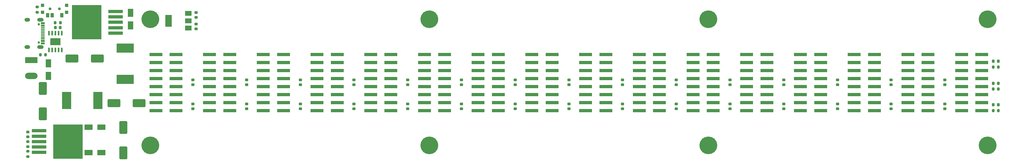
<source format=gbr>
%TF.GenerationSoftware,KiCad,Pcbnew,(6.0.9-0)*%
%TF.CreationDate,2022-11-17T19:12:12+01:00*%
%TF.ProjectId,pwr-v1,7077722d-7631-42e6-9b69-6361645f7063,rev?*%
%TF.SameCoordinates,Original*%
%TF.FileFunction,Soldermask,Top*%
%TF.FilePolarity,Negative*%
%FSLAX46Y46*%
G04 Gerber Fmt 4.6, Leading zero omitted, Abs format (unit mm)*
G04 Created by KiCad (PCBNEW (6.0.9-0)) date 2022-11-17 19:12:12*
%MOMM*%
%LPD*%
G01*
G04 APERTURE LIST*
G04 Aperture macros list*
%AMRoundRect*
0 Rectangle with rounded corners*
0 $1 Rounding radius*
0 $2 $3 $4 $5 $6 $7 $8 $9 X,Y pos of 4 corners*
0 Add a 4 corners polygon primitive as box body*
4,1,4,$2,$3,$4,$5,$6,$7,$8,$9,$2,$3,0*
0 Add four circle primitives for the rounded corners*
1,1,$1+$1,$2,$3*
1,1,$1+$1,$4,$5*
1,1,$1+$1,$6,$7*
1,1,$1+$1,$8,$9*
0 Add four rect primitives between the rounded corners*
20,1,$1+$1,$2,$3,$4,$5,0*
20,1,$1+$1,$4,$5,$6,$7,0*
20,1,$1+$1,$6,$7,$8,$9,0*
20,1,$1+$1,$8,$9,$2,$3,0*%
G04 Aperture macros list end*
%ADD10R,4.100000X1.019990*%
%ADD11RoundRect,0.250000X1.750000X1.000000X-1.750000X1.000000X-1.750000X-1.000000X1.750000X-1.000000X0*%
%ADD12R,3.960000X1.980000*%
%ADD13O,3.960000X1.980000*%
%ADD14R,1.800000X2.500000*%
%ADD15RoundRect,0.200000X-0.275000X0.200000X-0.275000X-0.200000X0.275000X-0.200000X0.275000X0.200000X0*%
%ADD16RoundRect,0.225000X-0.250000X0.225000X-0.250000X-0.225000X0.250000X-0.225000X0.250000X0.225000X0*%
%ADD17R,2.000000X1.500000*%
%ADD18R,2.000000X3.800000*%
%ADD19RoundRect,0.200000X0.275000X-0.200000X0.275000X0.200000X-0.275000X0.200000X-0.275000X-0.200000X0*%
%ADD20R,4.600000X1.100000*%
%ADD21R,9.400000X10.800000*%
%ADD22C,5.600000*%
%ADD23RoundRect,0.225000X0.250000X-0.225000X0.250000X0.225000X-0.250000X0.225000X-0.250000X-0.225000X0*%
%ADD24R,2.500000X1.800000*%
%ADD25RoundRect,0.200000X-0.200000X-0.275000X0.200000X-0.275000X0.200000X0.275000X-0.200000X0.275000X0*%
%ADD26RoundRect,0.218750X0.218750X0.256250X-0.218750X0.256250X-0.218750X-0.256250X0.218750X-0.256250X0*%
%ADD27RoundRect,0.200000X0.200000X0.275000X-0.200000X0.275000X-0.200000X-0.275000X0.200000X-0.275000X0*%
%ADD28O,0.559995X1.515011*%
%ADD29R,3.200000X2.300000*%
%ADD30R,5.400000X2.900000*%
%ADD31C,0.900025*%
%ADD32R,1.000000X1.000000*%
%ADD33R,1.000000X1.400000*%
%ADD34RoundRect,0.250000X1.000000X-1.750000X1.000000X1.750000X-1.000000X1.750000X-1.000000X-1.750000X0*%
%ADD35RoundRect,0.218750X-0.218750X-0.256250X0.218750X-0.256250X0.218750X0.256250X-0.218750X0.256250X0*%
%ADD36C,0.750013*%
%ADD37O,2.000000X1.200000*%
%ADD38O,1.800000X1.200000*%
%ADD39R,1.300000X0.300000*%
%ADD40RoundRect,0.250000X-1.000000X1.750000X-1.000000X-1.750000X1.000000X-1.750000X1.000000X1.750000X0*%
%ADD41RoundRect,0.225000X-0.225000X-0.250000X0.225000X-0.250000X0.225000X0.250000X-0.225000X0.250000X0*%
%ADD42R,2.900000X5.400000*%
G04 APERTURE END LIST*
D10*
%TO.C,EURO207*%
X150184036Y-73203518D03*
X143783985Y-73203518D03*
X150184036Y-70663513D03*
X143783985Y-70663513D03*
X150184036Y-68123508D03*
X143783985Y-68123508D03*
X150184036Y-65583503D03*
X143783985Y-65583503D03*
X150184036Y-63043498D03*
X143783985Y-63043498D03*
X150184036Y-60503493D03*
X143783985Y-60503493D03*
X150184036Y-57963487D03*
X143783985Y-57963487D03*
X150184036Y-55423482D03*
X143783985Y-55423482D03*
%TD*%
D11*
%TO.C,C105*%
X36500000Y-70900000D03*
X28500000Y-70900000D03*
%TD*%
D12*
%TO.C,SW101*%
X2362200Y-57250000D03*
D13*
X2362200Y-62250000D03*
%TD*%
D14*
%TO.C,D102*%
X7750000Y-62250000D03*
X7750000Y-58250000D03*
%TD*%
D15*
%TO.C,R108*%
X1250000Y-86125000D03*
X1250000Y-87775000D03*
%TD*%
D10*
%TO.C,EURO215*%
X286184036Y-73203518D03*
X279783985Y-73203518D03*
X286184036Y-70663513D03*
X279783985Y-70663513D03*
X286184036Y-68123508D03*
X279783985Y-68123508D03*
X286184036Y-65583503D03*
X279783985Y-65583503D03*
X286184036Y-63043498D03*
X279783985Y-63043498D03*
X286184036Y-60503493D03*
X279783985Y-60503493D03*
X286184036Y-57963487D03*
X279783985Y-57963487D03*
X286184036Y-55423482D03*
X279783985Y-55423482D03*
%TD*%
D16*
%TO.C,C218*%
X104500000Y-63475000D03*
X104500000Y-65025000D03*
%TD*%
D17*
%TO.C,U104*%
X52050000Y-47050000D03*
D18*
X45750000Y-44750000D03*
D17*
X52050000Y-44750000D03*
X52050000Y-42450000D03*
%TD*%
D11*
%TO.C,C104*%
X23250000Y-56750000D03*
X15250000Y-56750000D03*
%TD*%
D16*
%TO.C,C221*%
X206500000Y-63475000D03*
X206500000Y-65025000D03*
%TD*%
D19*
%TO.C,R107*%
X1250000Y-84675000D03*
X1250000Y-83025000D03*
%TD*%
D20*
%TO.C,U105*%
X29025000Y-48650000D03*
X29025000Y-46950000D03*
D21*
X19875000Y-45250000D03*
D20*
X29025000Y-45250000D03*
X29025000Y-43550000D03*
X29025000Y-41850000D03*
%TD*%
D22*
%TO.C,REF\u002A\u002A*%
X305000000Y-84250000D03*
%TD*%
D23*
%TO.C,C224*%
X70500000Y-72645000D03*
X70500000Y-71095000D03*
%TD*%
D24*
%TO.C,D107*%
X24500000Y-86500000D03*
X20500000Y-86500000D03*
%TD*%
D25*
%TO.C,R104*%
X306775000Y-66400000D03*
X308425000Y-66400000D03*
%TD*%
D23*
%TO.C,C230*%
X274500000Y-72645000D03*
X274500000Y-71095000D03*
%TD*%
D16*
%TO.C,C222*%
X240500000Y-63475000D03*
X240500000Y-65025000D03*
%TD*%
%TO.C,C223*%
X274500000Y-63475000D03*
X274500000Y-65025000D03*
%TD*%
D22*
%TO.C,REF\u002A\u002A*%
X216666666Y-44250000D03*
%TD*%
D26*
%TO.C,D104*%
X308387500Y-71400000D03*
X306812500Y-71400000D03*
%TD*%
D16*
%TO.C,C208*%
X291500000Y-63475000D03*
X291500000Y-65025000D03*
%TD*%
D23*
%TO.C,C227*%
X172500000Y-72645000D03*
X172500000Y-71095000D03*
%TD*%
D10*
%TO.C,EURO216*%
X303184036Y-73203518D03*
X296783985Y-73203518D03*
X303184036Y-70663513D03*
X296783985Y-70663513D03*
X303184036Y-68123508D03*
X296783985Y-68123508D03*
X303184036Y-65583503D03*
X296783985Y-65583503D03*
X303184036Y-63043498D03*
X296783985Y-63043498D03*
X303184036Y-60503493D03*
X296783985Y-60503493D03*
X303184036Y-57963487D03*
X296783985Y-57963487D03*
X303184036Y-55423482D03*
X296783985Y-55423482D03*
%TD*%
D20*
%TO.C,U106*%
X4775000Y-79625000D03*
X4775000Y-81325000D03*
D21*
X13925000Y-83025000D03*
D20*
X4775000Y-83025000D03*
X4775000Y-84725000D03*
X4775000Y-86425000D03*
%TD*%
D27*
%TO.C,R101*%
X11550000Y-45375000D03*
X9900000Y-45375000D03*
%TD*%
D28*
%TO.C,U103*%
X11975000Y-48700013D03*
X10975000Y-48700013D03*
X9975000Y-48700013D03*
X8975000Y-48700013D03*
X7975000Y-48700013D03*
X7975000Y-53999987D03*
X8975000Y-53999987D03*
X9975000Y-53999987D03*
X10975000Y-53999987D03*
X11975000Y-53999987D03*
D29*
X9975000Y-51350000D03*
%TD*%
D10*
%TO.C,EURO212*%
X235184036Y-73203518D03*
X228783985Y-73203518D03*
X235184036Y-70663513D03*
X228783985Y-70663513D03*
X235184036Y-68123508D03*
X228783985Y-68123508D03*
X235184036Y-65583503D03*
X228783985Y-65583503D03*
X235184036Y-63043498D03*
X228783985Y-63043498D03*
X235184036Y-60503493D03*
X228783985Y-60503493D03*
X235184036Y-57963487D03*
X228783985Y-57963487D03*
X235184036Y-55423482D03*
X228783985Y-55423482D03*
%TD*%
D16*
%TO.C,C201*%
X53500000Y-63475000D03*
X53500000Y-65025000D03*
%TD*%
D10*
%TO.C,EURO213*%
X252184036Y-73203518D03*
X245783985Y-73203518D03*
X252184036Y-70663513D03*
X245783985Y-70663513D03*
X252184036Y-68123508D03*
X245783985Y-68123508D03*
X252184036Y-65583503D03*
X245783985Y-65583503D03*
X252184036Y-63043498D03*
X245783985Y-63043498D03*
X252184036Y-60503493D03*
X245783985Y-60503493D03*
X252184036Y-57963487D03*
X245783985Y-57963487D03*
X252184036Y-55423482D03*
X245783985Y-55423482D03*
%TD*%
D16*
%TO.C,C102*%
X54500000Y-42175000D03*
X54500000Y-43725000D03*
%TD*%
D10*
%TO.C,EURO210*%
X201184036Y-73203518D03*
X194783985Y-73203518D03*
X201184036Y-70663513D03*
X194783985Y-70663513D03*
X201184036Y-68123508D03*
X194783985Y-68123508D03*
X201184036Y-65583503D03*
X194783985Y-65583503D03*
X201184036Y-63043498D03*
X194783985Y-63043498D03*
X201184036Y-60503493D03*
X194783985Y-60503493D03*
X201184036Y-57963487D03*
X194783985Y-57963487D03*
X201184036Y-55423482D03*
X194783985Y-55423482D03*
%TD*%
D30*
%TO.C,L101*%
X32100000Y-63350000D03*
X32100000Y-53450000D03*
%TD*%
D22*
%TO.C,REF\u002A\u002A*%
X40000000Y-44250000D03*
%TD*%
D23*
%TO.C,C103*%
X54500000Y-47325000D03*
X54500000Y-45775000D03*
%TD*%
D10*
%TO.C,EURO208*%
X167184036Y-73203518D03*
X160783985Y-73203518D03*
X167184036Y-70663513D03*
X160783985Y-70663513D03*
X167184036Y-68123508D03*
X160783985Y-68123508D03*
X167184036Y-65583503D03*
X160783985Y-65583503D03*
X167184036Y-63043498D03*
X160783985Y-63043498D03*
X167184036Y-60503493D03*
X160783985Y-60503493D03*
X167184036Y-57963487D03*
X160783985Y-57963487D03*
X167184036Y-55423482D03*
X160783985Y-55423482D03*
%TD*%
D22*
%TO.C,REF\u002A\u002A*%
X128333333Y-44250000D03*
%TD*%
D25*
%TO.C,R105*%
X306775000Y-73200000D03*
X308425000Y-73200000D03*
%TD*%
D23*
%TO.C,C214*%
X223500000Y-72645000D03*
X223500000Y-71095000D03*
%TD*%
D31*
%TO.C,U102*%
X11249873Y-41002959D03*
X8249873Y-41002959D03*
D32*
X5949898Y-42103035D03*
X13550102Y-39902883D03*
X13550102Y-42103035D03*
X5949898Y-39902883D03*
D33*
X11999936Y-43020993D03*
X8999936Y-43021044D03*
X7500064Y-43021044D03*
%TD*%
D16*
%TO.C,C203*%
X121500000Y-63475000D03*
X121500000Y-65025000D03*
%TD*%
D34*
%TO.C,C108*%
X31500000Y-86600000D03*
X31500000Y-78600000D03*
%TD*%
D16*
%TO.C,C207*%
X257500000Y-63475000D03*
X257500000Y-65025000D03*
%TD*%
D23*
%TO.C,C213*%
X189500000Y-72645000D03*
X189500000Y-71095000D03*
%TD*%
D16*
%TO.C,C204*%
X155500000Y-63475000D03*
X155500000Y-65025000D03*
%TD*%
%TO.C,C205*%
X189500000Y-63475000D03*
X189500000Y-65025000D03*
%TD*%
D35*
%TO.C,D105*%
X306812500Y-57600000D03*
X308387500Y-57600000D03*
%TD*%
D16*
%TO.C,C217*%
X70500000Y-63475000D03*
X70500000Y-65025000D03*
%TD*%
D23*
%TO.C,C228*%
X206500000Y-72645000D03*
X206500000Y-71095000D03*
%TD*%
D14*
%TO.C,D101*%
X33750000Y-46250000D03*
X33750000Y-42250000D03*
%TD*%
D16*
%TO.C,C206*%
X223500000Y-63475000D03*
X223500000Y-65025000D03*
%TD*%
D10*
%TO.C,EURO214*%
X269184036Y-73203518D03*
X262783985Y-73203518D03*
X269184036Y-70663513D03*
X262783985Y-70663513D03*
X269184036Y-68123508D03*
X262783985Y-68123508D03*
X269184036Y-65583503D03*
X262783985Y-65583503D03*
X269184036Y-63043498D03*
X262783985Y-63043498D03*
X269184036Y-60503493D03*
X262783985Y-60503493D03*
X269184036Y-57963487D03*
X262783985Y-57963487D03*
X269184036Y-55423482D03*
X262783985Y-55423482D03*
%TD*%
%TO.C,EURO202*%
X65184036Y-73203518D03*
X58783985Y-73203518D03*
X65184036Y-70663513D03*
X58783985Y-70663513D03*
X65184036Y-68123508D03*
X58783985Y-68123508D03*
X65184036Y-65583503D03*
X58783985Y-65583503D03*
X65184036Y-63043498D03*
X58783985Y-63043498D03*
X65184036Y-60503493D03*
X58783985Y-60503493D03*
X65184036Y-57963487D03*
X58783985Y-57963487D03*
X65184036Y-55423482D03*
X58783985Y-55423482D03*
%TD*%
%TO.C,EURO209*%
X184184036Y-73203518D03*
X177783985Y-73203518D03*
X184184036Y-70663513D03*
X177783985Y-70663513D03*
X184184036Y-68123508D03*
X177783985Y-68123508D03*
X184184036Y-65583503D03*
X177783985Y-65583503D03*
X184184036Y-63043498D03*
X177783985Y-63043498D03*
X184184036Y-60503493D03*
X177783985Y-60503493D03*
X184184036Y-57963487D03*
X177783985Y-57963487D03*
X184184036Y-55423482D03*
X177783985Y-55423482D03*
%TD*%
D24*
%TO.C,D106*%
X20500000Y-78500000D03*
X24500000Y-78500000D03*
%TD*%
D23*
%TO.C,C226*%
X138500000Y-72645000D03*
X138500000Y-71095000D03*
%TD*%
%TO.C,C106*%
X1250000Y-81525000D03*
X1250000Y-79975000D03*
%TD*%
D25*
%TO.C,R103*%
X5208000Y-55499000D03*
X6858000Y-55499000D03*
%TD*%
D23*
%TO.C,C216*%
X291500000Y-72645000D03*
X291500000Y-71095000D03*
%TD*%
D22*
%TO.C,REF\u002A\u002A*%
X40000000Y-84250000D03*
%TD*%
%TO.C,REF\u002A\u002A*%
X305000000Y-44250000D03*
%TD*%
D23*
%TO.C,C211*%
X121500000Y-72645000D03*
X121500000Y-71095000D03*
%TD*%
D36*
%TO.C,U101*%
X4765621Y-51648908D03*
X4765621Y-45849060D03*
D37*
X5265748Y-44423863D03*
X5265748Y-53074105D03*
D38*
X1065850Y-53074105D03*
X1065850Y-44423863D03*
D39*
X6034100Y-45398971D03*
X6034100Y-46199073D03*
X6034100Y-47499047D03*
X6034100Y-48499047D03*
X6034100Y-48998920D03*
X6034100Y-49998666D03*
X6034100Y-51299149D03*
X6034100Y-52098997D03*
X6034100Y-51799022D03*
X6034100Y-50998920D03*
X6034100Y-50499047D03*
X6034100Y-49499047D03*
X6034100Y-47998920D03*
X6034100Y-46998920D03*
X6034100Y-46499047D03*
X6034100Y-45698946D03*
%TD*%
D40*
%TO.C,C107*%
X6000000Y-66250000D03*
X6000000Y-74250000D03*
%TD*%
D23*
%TO.C,C210*%
X87500000Y-72645000D03*
X87500000Y-71095000D03*
%TD*%
D10*
%TO.C,EURO205*%
X116184036Y-73203518D03*
X109783985Y-73203518D03*
X116184036Y-70663513D03*
X109783985Y-70663513D03*
X116184036Y-68123508D03*
X109783985Y-68123508D03*
X116184036Y-65583503D03*
X109783985Y-65583503D03*
X116184036Y-63043498D03*
X109783985Y-63043498D03*
X116184036Y-60503493D03*
X109783985Y-60503493D03*
X116184036Y-57963487D03*
X109783985Y-57963487D03*
X116184036Y-55423482D03*
X109783985Y-55423482D03*
%TD*%
D22*
%TO.C,REF\u002A\u002A*%
X216666666Y-84250000D03*
%TD*%
D19*
%TO.C,R102*%
X4250000Y-42075000D03*
X4250000Y-40425000D03*
%TD*%
D23*
%TO.C,C215*%
X257500000Y-72645000D03*
X257500000Y-71095000D03*
%TD*%
D25*
%TO.C,R106*%
X306775000Y-59400000D03*
X308425000Y-59400000D03*
%TD*%
D10*
%TO.C,EURO204*%
X99184036Y-73203518D03*
X92783985Y-73203518D03*
X99184036Y-70663513D03*
X92783985Y-70663513D03*
X99184036Y-68123508D03*
X92783985Y-68123508D03*
X99184036Y-65583503D03*
X92783985Y-65583503D03*
X99184036Y-63043498D03*
X92783985Y-63043498D03*
X99184036Y-60503493D03*
X92783985Y-60503493D03*
X99184036Y-57963487D03*
X92783985Y-57963487D03*
X99184036Y-55423482D03*
X92783985Y-55423482D03*
%TD*%
D23*
%TO.C,C209*%
X53500000Y-72645000D03*
X53500000Y-71095000D03*
%TD*%
D10*
%TO.C,EURO201*%
X48184036Y-73203518D03*
X41783985Y-73203518D03*
X48184036Y-70663513D03*
X41783985Y-70663513D03*
X48184036Y-68123508D03*
X41783985Y-68123508D03*
X48184036Y-65583503D03*
X41783985Y-65583503D03*
X48184036Y-63043498D03*
X41783985Y-63043498D03*
X48184036Y-60503493D03*
X41783985Y-60503493D03*
X48184036Y-57963487D03*
X41783985Y-57963487D03*
X48184036Y-55423482D03*
X41783985Y-55423482D03*
%TD*%
%TO.C,EURO203*%
X82184036Y-73203518D03*
X75783985Y-73203518D03*
X82184036Y-70663513D03*
X75783985Y-70663513D03*
X82184036Y-68123508D03*
X75783985Y-68123508D03*
X82184036Y-65583503D03*
X75783985Y-65583503D03*
X82184036Y-63043498D03*
X75783985Y-63043498D03*
X82184036Y-60503493D03*
X75783985Y-60503493D03*
X82184036Y-57963487D03*
X75783985Y-57963487D03*
X82184036Y-55423482D03*
X75783985Y-55423482D03*
%TD*%
D41*
%TO.C,C101*%
X9950000Y-46925000D03*
X11500000Y-46925000D03*
%TD*%
D10*
%TO.C,EURO206*%
X133184036Y-73203518D03*
X126783985Y-73203518D03*
X133184036Y-70663513D03*
X126783985Y-70663513D03*
X133184036Y-68123508D03*
X126783985Y-68123508D03*
X133184036Y-65583503D03*
X126783985Y-65583503D03*
X133184036Y-63043498D03*
X126783985Y-63043498D03*
X133184036Y-60503493D03*
X126783985Y-60503493D03*
X133184036Y-57963487D03*
X126783985Y-57963487D03*
X133184036Y-55423482D03*
X126783985Y-55423482D03*
%TD*%
D42*
%TO.C,L102*%
X13550000Y-70000000D03*
X23450000Y-70000000D03*
%TD*%
D10*
%TO.C,EURO211*%
X218184036Y-73203518D03*
X211783985Y-73203518D03*
X218184036Y-70663513D03*
X211783985Y-70663513D03*
X218184036Y-68123508D03*
X211783985Y-68123508D03*
X218184036Y-65583503D03*
X211783985Y-65583503D03*
X218184036Y-63043498D03*
X211783985Y-63043498D03*
X218184036Y-60503493D03*
X211783985Y-60503493D03*
X218184036Y-57963487D03*
X211783985Y-57963487D03*
X218184036Y-55423482D03*
X211783985Y-55423482D03*
%TD*%
D22*
%TO.C,REF\u002A\u002A*%
X128333333Y-84250000D03*
%TD*%
D16*
%TO.C,C219*%
X138500000Y-63475000D03*
X138500000Y-65025000D03*
%TD*%
D35*
%TO.C,D103*%
X306812500Y-64600000D03*
X308387500Y-64600000D03*
%TD*%
D16*
%TO.C,C220*%
X172500000Y-63475000D03*
X172500000Y-65025000D03*
%TD*%
D23*
%TO.C,C225*%
X104500000Y-72645000D03*
X104500000Y-71095000D03*
%TD*%
%TO.C,C212*%
X155500000Y-72645000D03*
X155500000Y-71095000D03*
%TD*%
%TO.C,C229*%
X240500000Y-72645000D03*
X240500000Y-71095000D03*
%TD*%
D16*
%TO.C,C202*%
X87500000Y-63475000D03*
X87500000Y-65025000D03*
%TD*%
M02*

</source>
